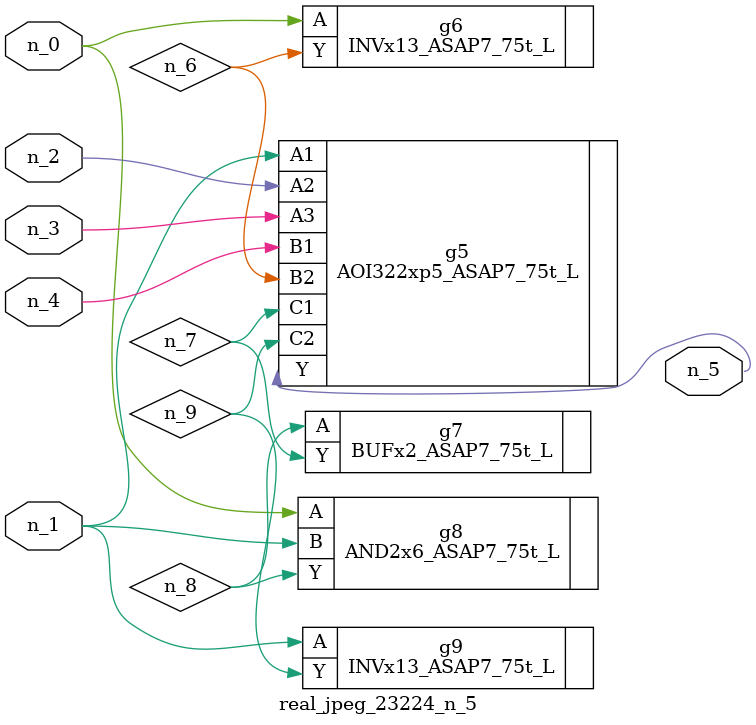
<source format=v>
module real_jpeg_23224_n_5 (n_4, n_0, n_1, n_2, n_3, n_5);

input n_4;
input n_0;
input n_1;
input n_2;
input n_3;

output n_5;

wire n_8;
wire n_6;
wire n_7;
wire n_9;

INVx13_ASAP7_75t_L g6 ( 
.A(n_0),
.Y(n_6)
);

AND2x6_ASAP7_75t_L g8 ( 
.A(n_0),
.B(n_1),
.Y(n_8)
);

AOI322xp5_ASAP7_75t_L g5 ( 
.A1(n_1),
.A2(n_2),
.A3(n_3),
.B1(n_4),
.B2(n_6),
.C1(n_7),
.C2(n_9),
.Y(n_5)
);

INVx13_ASAP7_75t_L g9 ( 
.A(n_1),
.Y(n_9)
);

BUFx2_ASAP7_75t_L g7 ( 
.A(n_8),
.Y(n_7)
);


endmodule
</source>
